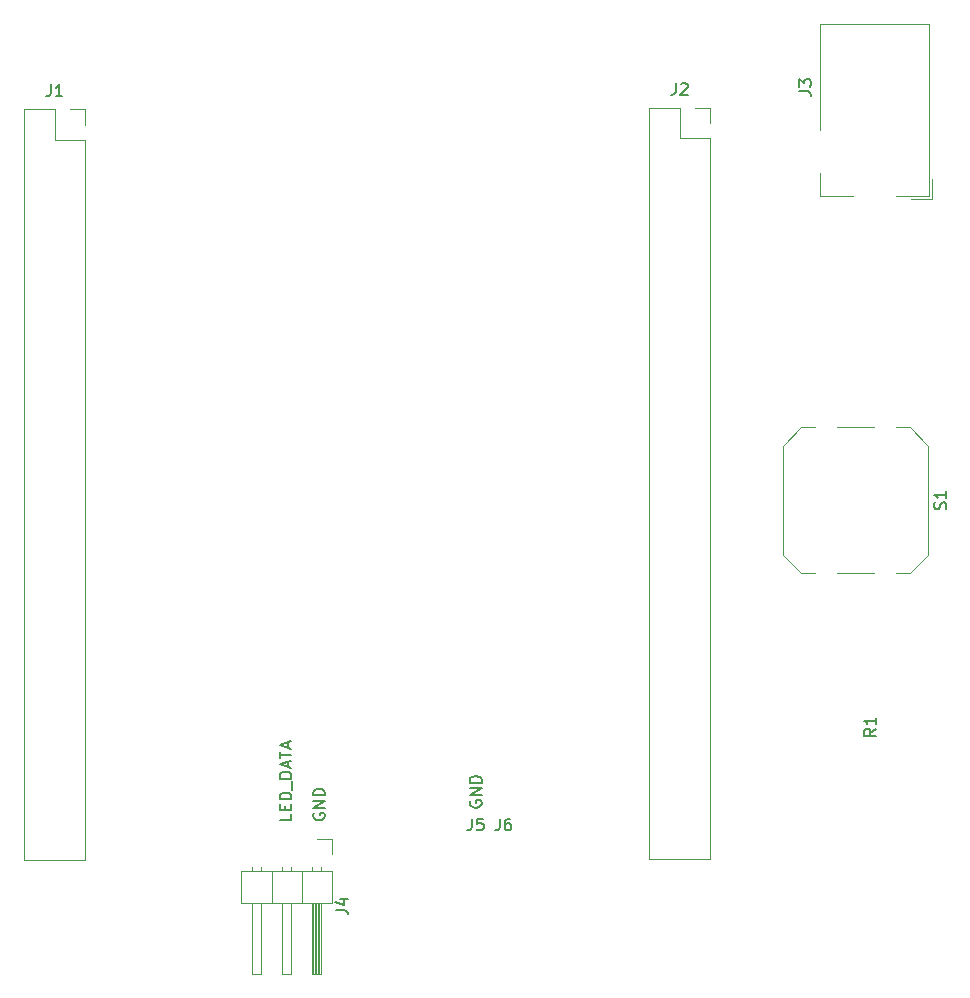
<source format=gbr>
%TF.GenerationSoftware,KiCad,Pcbnew,(7.0.0)*%
%TF.CreationDate,2023-05-31T19:24:38-06:00*%
%TF.ProjectId,STM32 LED Shield,53544d33-3220-44c4-9544-20536869656c,rev?*%
%TF.SameCoordinates,Original*%
%TF.FileFunction,Legend,Top*%
%TF.FilePolarity,Positive*%
%FSLAX46Y46*%
G04 Gerber Fmt 4.6, Leading zero omitted, Abs format (unit mm)*
G04 Created by KiCad (PCBNEW (7.0.0)) date 2023-05-31 19:24:38*
%MOMM*%
%LPD*%
G01*
G04 APERTURE LIST*
%ADD10C,0.150000*%
%ADD11C,0.120000*%
G04 APERTURE END LIST*
D10*
X98499600Y-117551295D02*
X98451980Y-117646533D01*
X98451980Y-117646533D02*
X98451980Y-117789390D01*
X98451980Y-117789390D02*
X98499600Y-117932247D01*
X98499600Y-117932247D02*
X98594838Y-118027485D01*
X98594838Y-118027485D02*
X98690076Y-118075104D01*
X98690076Y-118075104D02*
X98880552Y-118122723D01*
X98880552Y-118122723D02*
X99023409Y-118122723D01*
X99023409Y-118122723D02*
X99213885Y-118075104D01*
X99213885Y-118075104D02*
X99309123Y-118027485D01*
X99309123Y-118027485D02*
X99404361Y-117932247D01*
X99404361Y-117932247D02*
X99451980Y-117789390D01*
X99451980Y-117789390D02*
X99451980Y-117694152D01*
X99451980Y-117694152D02*
X99404361Y-117551295D01*
X99404361Y-117551295D02*
X99356742Y-117503676D01*
X99356742Y-117503676D02*
X99023409Y-117503676D01*
X99023409Y-117503676D02*
X99023409Y-117694152D01*
X99451980Y-117075104D02*
X98451980Y-117075104D01*
X98451980Y-117075104D02*
X99451980Y-116503676D01*
X99451980Y-116503676D02*
X98451980Y-116503676D01*
X99451980Y-116027485D02*
X98451980Y-116027485D01*
X98451980Y-116027485D02*
X98451980Y-115789390D01*
X98451980Y-115789390D02*
X98499600Y-115646533D01*
X98499600Y-115646533D02*
X98594838Y-115551295D01*
X98594838Y-115551295D02*
X98690076Y-115503676D01*
X98690076Y-115503676D02*
X98880552Y-115456057D01*
X98880552Y-115456057D02*
X99023409Y-115456057D01*
X99023409Y-115456057D02*
X99213885Y-115503676D01*
X99213885Y-115503676D02*
X99309123Y-115551295D01*
X99309123Y-115551295D02*
X99404361Y-115646533D01*
X99404361Y-115646533D02*
X99451980Y-115789390D01*
X99451980Y-115789390D02*
X99451980Y-116027485D01*
X111758400Y-116484495D02*
X111710780Y-116579733D01*
X111710780Y-116579733D02*
X111710780Y-116722590D01*
X111710780Y-116722590D02*
X111758400Y-116865447D01*
X111758400Y-116865447D02*
X111853638Y-116960685D01*
X111853638Y-116960685D02*
X111948876Y-117008304D01*
X111948876Y-117008304D02*
X112139352Y-117055923D01*
X112139352Y-117055923D02*
X112282209Y-117055923D01*
X112282209Y-117055923D02*
X112472685Y-117008304D01*
X112472685Y-117008304D02*
X112567923Y-116960685D01*
X112567923Y-116960685D02*
X112663161Y-116865447D01*
X112663161Y-116865447D02*
X112710780Y-116722590D01*
X112710780Y-116722590D02*
X112710780Y-116627352D01*
X112710780Y-116627352D02*
X112663161Y-116484495D01*
X112663161Y-116484495D02*
X112615542Y-116436876D01*
X112615542Y-116436876D02*
X112282209Y-116436876D01*
X112282209Y-116436876D02*
X112282209Y-116627352D01*
X112710780Y-116008304D02*
X111710780Y-116008304D01*
X111710780Y-116008304D02*
X112710780Y-115436876D01*
X112710780Y-115436876D02*
X111710780Y-115436876D01*
X112710780Y-114960685D02*
X111710780Y-114960685D01*
X111710780Y-114960685D02*
X111710780Y-114722590D01*
X111710780Y-114722590D02*
X111758400Y-114579733D01*
X111758400Y-114579733D02*
X111853638Y-114484495D01*
X111853638Y-114484495D02*
X111948876Y-114436876D01*
X111948876Y-114436876D02*
X112139352Y-114389257D01*
X112139352Y-114389257D02*
X112282209Y-114389257D01*
X112282209Y-114389257D02*
X112472685Y-114436876D01*
X112472685Y-114436876D02*
X112567923Y-114484495D01*
X112567923Y-114484495D02*
X112663161Y-114579733D01*
X112663161Y-114579733D02*
X112710780Y-114722590D01*
X112710780Y-114722590D02*
X112710780Y-114960685D01*
X96607180Y-117598914D02*
X96607180Y-118075104D01*
X96607180Y-118075104D02*
X95607180Y-118075104D01*
X96083371Y-117265580D02*
X96083371Y-116932247D01*
X96607180Y-116789390D02*
X96607180Y-117265580D01*
X96607180Y-117265580D02*
X95607180Y-117265580D01*
X95607180Y-117265580D02*
X95607180Y-116789390D01*
X96607180Y-116360818D02*
X95607180Y-116360818D01*
X95607180Y-116360818D02*
X95607180Y-116122723D01*
X95607180Y-116122723D02*
X95654800Y-115979866D01*
X95654800Y-115979866D02*
X95750038Y-115884628D01*
X95750038Y-115884628D02*
X95845276Y-115837009D01*
X95845276Y-115837009D02*
X96035752Y-115789390D01*
X96035752Y-115789390D02*
X96178609Y-115789390D01*
X96178609Y-115789390D02*
X96369085Y-115837009D01*
X96369085Y-115837009D02*
X96464323Y-115884628D01*
X96464323Y-115884628D02*
X96559561Y-115979866D01*
X96559561Y-115979866D02*
X96607180Y-116122723D01*
X96607180Y-116122723D02*
X96607180Y-116360818D01*
X96702419Y-115598914D02*
X96702419Y-114837009D01*
X96607180Y-114598913D02*
X95607180Y-114598913D01*
X95607180Y-114598913D02*
X95607180Y-114360818D01*
X95607180Y-114360818D02*
X95654800Y-114217961D01*
X95654800Y-114217961D02*
X95750038Y-114122723D01*
X95750038Y-114122723D02*
X95845276Y-114075104D01*
X95845276Y-114075104D02*
X96035752Y-114027485D01*
X96035752Y-114027485D02*
X96178609Y-114027485D01*
X96178609Y-114027485D02*
X96369085Y-114075104D01*
X96369085Y-114075104D02*
X96464323Y-114122723D01*
X96464323Y-114122723D02*
X96559561Y-114217961D01*
X96559561Y-114217961D02*
X96607180Y-114360818D01*
X96607180Y-114360818D02*
X96607180Y-114598913D01*
X96321466Y-113646532D02*
X96321466Y-113170342D01*
X96607180Y-113741770D02*
X95607180Y-113408437D01*
X95607180Y-113408437D02*
X96607180Y-113075104D01*
X95607180Y-112884627D02*
X95607180Y-112313199D01*
X96607180Y-112598913D02*
X95607180Y-112598913D01*
X96321466Y-112027484D02*
X96321466Y-111551294D01*
X96607180Y-112122722D02*
X95607180Y-111789389D01*
X95607180Y-111789389D02*
X96607180Y-111456056D01*
%TO.C,S1*%
X151993361Y-91795504D02*
X152040980Y-91652647D01*
X152040980Y-91652647D02*
X152040980Y-91414552D01*
X152040980Y-91414552D02*
X151993361Y-91319314D01*
X151993361Y-91319314D02*
X151945742Y-91271695D01*
X151945742Y-91271695D02*
X151850504Y-91224076D01*
X151850504Y-91224076D02*
X151755266Y-91224076D01*
X151755266Y-91224076D02*
X151660028Y-91271695D01*
X151660028Y-91271695D02*
X151612409Y-91319314D01*
X151612409Y-91319314D02*
X151564790Y-91414552D01*
X151564790Y-91414552D02*
X151517171Y-91605028D01*
X151517171Y-91605028D02*
X151469552Y-91700266D01*
X151469552Y-91700266D02*
X151421933Y-91747885D01*
X151421933Y-91747885D02*
X151326695Y-91795504D01*
X151326695Y-91795504D02*
X151231457Y-91795504D01*
X151231457Y-91795504D02*
X151136219Y-91747885D01*
X151136219Y-91747885D02*
X151088600Y-91700266D01*
X151088600Y-91700266D02*
X151040980Y-91605028D01*
X151040980Y-91605028D02*
X151040980Y-91366933D01*
X151040980Y-91366933D02*
X151088600Y-91224076D01*
X152040980Y-90271695D02*
X152040980Y-90843123D01*
X152040980Y-90557409D02*
X151040980Y-90557409D01*
X151040980Y-90557409D02*
X151183838Y-90652647D01*
X151183838Y-90652647D02*
X151279076Y-90747885D01*
X151279076Y-90747885D02*
X151326695Y-90843123D01*
%TO.C,R1*%
X146095780Y-110387466D02*
X145619590Y-110720799D01*
X146095780Y-110958894D02*
X145095780Y-110958894D01*
X145095780Y-110958894D02*
X145095780Y-110577942D01*
X145095780Y-110577942D02*
X145143400Y-110482704D01*
X145143400Y-110482704D02*
X145191019Y-110435085D01*
X145191019Y-110435085D02*
X145286257Y-110387466D01*
X145286257Y-110387466D02*
X145429114Y-110387466D01*
X145429114Y-110387466D02*
X145524352Y-110435085D01*
X145524352Y-110435085D02*
X145571971Y-110482704D01*
X145571971Y-110482704D02*
X145619590Y-110577942D01*
X145619590Y-110577942D02*
X145619590Y-110958894D01*
X146095780Y-109435085D02*
X146095780Y-110006513D01*
X146095780Y-109720799D02*
X145095780Y-109720799D01*
X145095780Y-109720799D02*
X145238638Y-109816037D01*
X145238638Y-109816037D02*
X145333876Y-109911275D01*
X145333876Y-109911275D02*
X145381495Y-110006513D01*
%TO.C,J6*%
X114243866Y-117985380D02*
X114243866Y-118699666D01*
X114243866Y-118699666D02*
X114196247Y-118842523D01*
X114196247Y-118842523D02*
X114101009Y-118937761D01*
X114101009Y-118937761D02*
X113958152Y-118985380D01*
X113958152Y-118985380D02*
X113862914Y-118985380D01*
X115148628Y-117985380D02*
X114958152Y-117985380D01*
X114958152Y-117985380D02*
X114862914Y-118033000D01*
X114862914Y-118033000D02*
X114815295Y-118080619D01*
X114815295Y-118080619D02*
X114720057Y-118223476D01*
X114720057Y-118223476D02*
X114672438Y-118413952D01*
X114672438Y-118413952D02*
X114672438Y-118794904D01*
X114672438Y-118794904D02*
X114720057Y-118890142D01*
X114720057Y-118890142D02*
X114767676Y-118937761D01*
X114767676Y-118937761D02*
X114862914Y-118985380D01*
X114862914Y-118985380D02*
X115053390Y-118985380D01*
X115053390Y-118985380D02*
X115148628Y-118937761D01*
X115148628Y-118937761D02*
X115196247Y-118890142D01*
X115196247Y-118890142D02*
X115243866Y-118794904D01*
X115243866Y-118794904D02*
X115243866Y-118556809D01*
X115243866Y-118556809D02*
X115196247Y-118461571D01*
X115196247Y-118461571D02*
X115148628Y-118413952D01*
X115148628Y-118413952D02*
X115053390Y-118366333D01*
X115053390Y-118366333D02*
X114862914Y-118366333D01*
X114862914Y-118366333D02*
X114767676Y-118413952D01*
X114767676Y-118413952D02*
X114720057Y-118461571D01*
X114720057Y-118461571D02*
X114672438Y-118556809D01*
%TO.C,J2*%
X129155866Y-55728580D02*
X129155866Y-56442866D01*
X129155866Y-56442866D02*
X129108247Y-56585723D01*
X129108247Y-56585723D02*
X129013009Y-56680961D01*
X129013009Y-56680961D02*
X128870152Y-56728580D01*
X128870152Y-56728580D02*
X128774914Y-56728580D01*
X129584438Y-55823819D02*
X129632057Y-55776200D01*
X129632057Y-55776200D02*
X129727295Y-55728580D01*
X129727295Y-55728580D02*
X129965390Y-55728580D01*
X129965390Y-55728580D02*
X130060628Y-55776200D01*
X130060628Y-55776200D02*
X130108247Y-55823819D01*
X130108247Y-55823819D02*
X130155866Y-55919057D01*
X130155866Y-55919057D02*
X130155866Y-56014295D01*
X130155866Y-56014295D02*
X130108247Y-56157152D01*
X130108247Y-56157152D02*
X129536819Y-56728580D01*
X129536819Y-56728580D02*
X130155866Y-56728580D01*
%TO.C,J1*%
X76222266Y-55830180D02*
X76222266Y-56544466D01*
X76222266Y-56544466D02*
X76174647Y-56687323D01*
X76174647Y-56687323D02*
X76079409Y-56782561D01*
X76079409Y-56782561D02*
X75936552Y-56830180D01*
X75936552Y-56830180D02*
X75841314Y-56830180D01*
X77222266Y-56830180D02*
X76650838Y-56830180D01*
X76936552Y-56830180D02*
X76936552Y-55830180D01*
X76936552Y-55830180D02*
X76841314Y-55973038D01*
X76841314Y-55973038D02*
X76746076Y-56068276D01*
X76746076Y-56068276D02*
X76650838Y-56115895D01*
%TO.C,J5*%
X111883866Y-117985380D02*
X111883866Y-118699666D01*
X111883866Y-118699666D02*
X111836247Y-118842523D01*
X111836247Y-118842523D02*
X111741009Y-118937761D01*
X111741009Y-118937761D02*
X111598152Y-118985380D01*
X111598152Y-118985380D02*
X111502914Y-118985380D01*
X112836247Y-117985380D02*
X112360057Y-117985380D01*
X112360057Y-117985380D02*
X112312438Y-118461571D01*
X112312438Y-118461571D02*
X112360057Y-118413952D01*
X112360057Y-118413952D02*
X112455295Y-118366333D01*
X112455295Y-118366333D02*
X112693390Y-118366333D01*
X112693390Y-118366333D02*
X112788628Y-118413952D01*
X112788628Y-118413952D02*
X112836247Y-118461571D01*
X112836247Y-118461571D02*
X112883866Y-118556809D01*
X112883866Y-118556809D02*
X112883866Y-118794904D01*
X112883866Y-118794904D02*
X112836247Y-118890142D01*
X112836247Y-118890142D02*
X112788628Y-118937761D01*
X112788628Y-118937761D02*
X112693390Y-118985380D01*
X112693390Y-118985380D02*
X112455295Y-118985380D01*
X112455295Y-118985380D02*
X112360057Y-118937761D01*
X112360057Y-118937761D02*
X112312438Y-118890142D01*
%TO.C,J3*%
X139604580Y-56401733D02*
X140318866Y-56401733D01*
X140318866Y-56401733D02*
X140461723Y-56449352D01*
X140461723Y-56449352D02*
X140556961Y-56544590D01*
X140556961Y-56544590D02*
X140604580Y-56687447D01*
X140604580Y-56687447D02*
X140604580Y-56782685D01*
X139604580Y-56020780D02*
X139604580Y-55401733D01*
X139604580Y-55401733D02*
X139985533Y-55735066D01*
X139985533Y-55735066D02*
X139985533Y-55592209D01*
X139985533Y-55592209D02*
X140033152Y-55496971D01*
X140033152Y-55496971D02*
X140080771Y-55449352D01*
X140080771Y-55449352D02*
X140176009Y-55401733D01*
X140176009Y-55401733D02*
X140414104Y-55401733D01*
X140414104Y-55401733D02*
X140509342Y-55449352D01*
X140509342Y-55449352D02*
X140556961Y-55496971D01*
X140556961Y-55496971D02*
X140604580Y-55592209D01*
X140604580Y-55592209D02*
X140604580Y-55877923D01*
X140604580Y-55877923D02*
X140556961Y-55973161D01*
X140556961Y-55973161D02*
X140509342Y-56020780D01*
%TO.C,J4*%
X100392580Y-125723933D02*
X101106866Y-125723933D01*
X101106866Y-125723933D02*
X101249723Y-125771552D01*
X101249723Y-125771552D02*
X101344961Y-125866790D01*
X101344961Y-125866790D02*
X101392580Y-126009647D01*
X101392580Y-126009647D02*
X101392580Y-126104885D01*
X100725914Y-124819171D02*
X101392580Y-124819171D01*
X100344961Y-125057266D02*
X101059247Y-125295361D01*
X101059247Y-125295361D02*
X101059247Y-124676314D01*
D11*
%TO.C,S1*%
X150523600Y-86433600D02*
X150523600Y-95633600D01*
X138223600Y-86433600D02*
X138223600Y-95633600D01*
X147823600Y-97233600D02*
X148973600Y-97233600D01*
X140923600Y-84833600D02*
X139773600Y-84833600D01*
X139773600Y-84833600D02*
X138223600Y-86433600D01*
X145923600Y-97233600D02*
X142823600Y-97233600D01*
X138223600Y-95633600D02*
X139773600Y-97233600D01*
X147823600Y-84833600D02*
X148973600Y-84833600D01*
X145923600Y-84833600D02*
X142823600Y-84833600D01*
X140923600Y-97233600D02*
X139773600Y-97233600D01*
X148973600Y-84833600D02*
X150523600Y-86433600D01*
X150523600Y-95633600D02*
X148973600Y-97233600D01*
%TO.C,J2*%
X126889200Y-57801200D02*
X126889200Y-121421200D01*
X126889200Y-57801200D02*
X129489200Y-57801200D01*
X126889200Y-121421200D02*
X132089200Y-121421200D01*
X129489200Y-57801200D02*
X129489200Y-60401200D01*
X129489200Y-60401200D02*
X132089200Y-60401200D01*
X130759200Y-57801200D02*
X132089200Y-57801200D01*
X132089200Y-57801200D02*
X132089200Y-59131200D01*
X132089200Y-60401200D02*
X132089200Y-121421200D01*
%TO.C,J1*%
X73955600Y-57902800D02*
X73955600Y-121522800D01*
X73955600Y-57902800D02*
X76555600Y-57902800D01*
X73955600Y-121522800D02*
X79155600Y-121522800D01*
X76555600Y-57902800D02*
X76555600Y-60502800D01*
X76555600Y-60502800D02*
X79155600Y-60502800D01*
X77825600Y-57902800D02*
X79155600Y-57902800D01*
X79155600Y-57902800D02*
X79155600Y-59232800D01*
X79155600Y-60502800D02*
X79155600Y-121522800D01*
%TO.C,J3*%
X150827200Y-65558400D02*
X149087200Y-65558400D01*
X150827200Y-63818400D02*
X150827200Y-65558400D01*
X150587200Y-65318400D02*
X147787200Y-65318400D01*
X150587200Y-50718400D02*
X150587200Y-65318400D01*
X144187200Y-65318400D02*
X141387200Y-65318400D01*
X141387200Y-65318400D02*
X141387200Y-63318400D01*
X141387200Y-59718400D02*
X141387200Y-50718400D01*
X141387200Y-50718400D02*
X150587200Y-50718400D01*
%TO.C,J4*%
X100025200Y-119735600D02*
X100025200Y-121005600D01*
X98755200Y-119735600D02*
X100025200Y-119735600D01*
X96595200Y-122048529D02*
X96595200Y-122445600D01*
X95835200Y-122048529D02*
X95835200Y-122445600D01*
X94055200Y-122048529D02*
X94055200Y-122445600D01*
X93295200Y-122048529D02*
X93295200Y-122445600D01*
X99135200Y-122115600D02*
X99135200Y-122445600D01*
X98375200Y-122115600D02*
X98375200Y-122445600D01*
X100085200Y-122445600D02*
X92345200Y-122445600D01*
X97485200Y-122445600D02*
X97485200Y-125105600D01*
X94945200Y-122445600D02*
X94945200Y-125105600D01*
X92345200Y-122445600D02*
X92345200Y-125105600D01*
X100085200Y-125105600D02*
X100085200Y-122445600D01*
X99135200Y-125105600D02*
X99135200Y-131105600D01*
X99075200Y-125105600D02*
X99075200Y-131105600D01*
X98955200Y-125105600D02*
X98955200Y-131105600D01*
X98835200Y-125105600D02*
X98835200Y-131105600D01*
X98715200Y-125105600D02*
X98715200Y-131105600D01*
X98595200Y-125105600D02*
X98595200Y-131105600D01*
X98475200Y-125105600D02*
X98475200Y-131105600D01*
X96595200Y-125105600D02*
X96595200Y-131105600D01*
X94055200Y-125105600D02*
X94055200Y-131105600D01*
X92345200Y-125105600D02*
X100085200Y-125105600D01*
X99135200Y-131105600D02*
X98375200Y-131105600D01*
X98375200Y-131105600D02*
X98375200Y-125105600D01*
X96595200Y-131105600D02*
X95835200Y-131105600D01*
X95835200Y-131105600D02*
X95835200Y-125105600D01*
X94055200Y-131105600D02*
X93295200Y-131105600D01*
X93295200Y-131105600D02*
X93295200Y-125105600D01*
%TD*%
M02*

</source>
